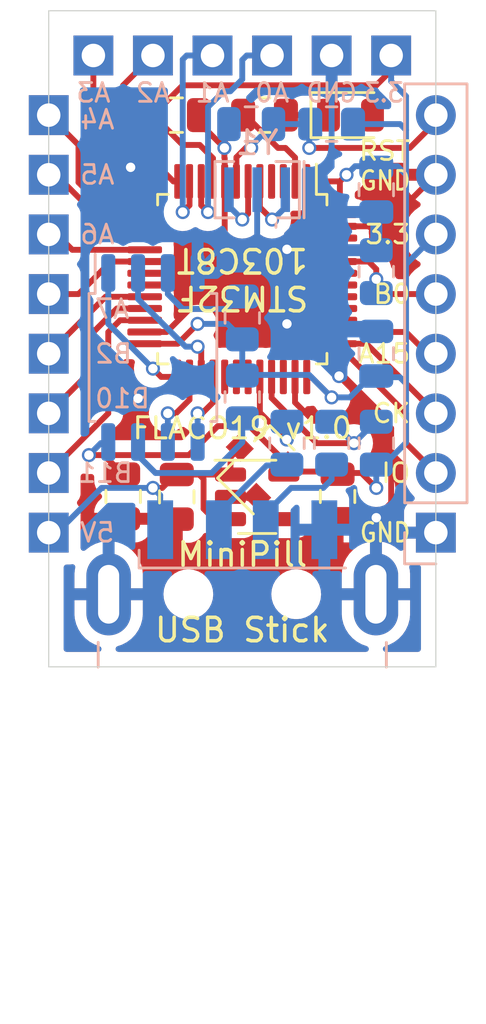
<source format=kicad_pcb>
(kicad_pcb (version 20211014) (generator pcbnew)
  (title_block (title "MiniPill usb stick with SPI flash") (date "2019-04-30") (rev "0.1") (company "FLACO 2019, licence of this PCB is CC-BY-NC-SA") (comment 1 "STM32F103 \"Bluepill\" in a USB stick form factor") (comment 2 "SPI flash in order to emulate a USB mass storage"))
  (layers (0 "F.Cu" signal) (31 "B.Cu" signal) (34 "B.Paste" user) (35 "F.Paste" user) (36 "B.SilkS" user "B.Silkscreen") (37 "F.SilkS" user "F.Silkscreen") (38 "B.Mask" user) (39 "F.Mask" user) (44 "Edge.Cuts" user))
  (net 0 "")
  (net 1 "GND")
  (net 2 "+5V")
  (net 3 "+3.3V")
  (net 4 "Net-(D1-Pad1)")
  (net 5 "/USB_D-")
  (net 6 "/USB_D+")
  (net 7 "Net-(R5-Pad2)")
  (net 8 "/RESET")
  (net 9 "/SWCLK")
  (net 10 "/SWDIO")
  (net 11 "/BOOT0")
  (net 12 "/LED")
  (net 13 "Net-(U2-Pad28)")
  (net 14 "Net-(U2-Pad27)")
  (net 15 "Net-(U2-Pad26)")
  (net 16 "Net-(U2-Pad25)")
  (net 17 "Net-(U2-Pad6)")
  (net 18 "Net-(U2-Pad5)")
  (net 19 "Net-(R6-Pad2)")
  (net 20 "Net-(TP_B2-Pad1)")
  (net 21 "Net-(TP_B5-Pad1)")
  (net 22 "Net-(TP_B6-Pad1)")
  (net 23 "Net-(TP_B7-Pad1)")
  (net 24 "Net-(TP_B8-Pad1)")
  (net 25 "Net-(TP_B9-Pad1)")
  (net 26 "Net-(TP_B10-Pad1)")
  (net 27 "Net-(TP_B11-Pad1)")
  (net 28 "Net-(TP_B12-Pad1)")
  (net 29 "Net-(TP_B13-Pad1)")
  (net 30 "Net-(TP_B14-Pad1)")
  (net 34 "/PA15")
  (net 39 "Net-(R8-Pad2)")
  (net 40 "Net-(R9-Pad2)")
  (footprint "Capacitor_SMD:C_0805_2012Metric" (layer "F.Cu") (at 171.815 116.84)
    (fp_text reference "C6" hide)
    (fp_text value "100n")
    (pad "1" smd roundrect (at -0.95 0) (size 1 1.45) (layers "F.Cu" "F.Paste" "F.Mask") (net 3 "+3.3V"))
    (pad "2" smd roundrect (at 0.95 0) (size 1 1.45) (layers "F.Cu" "F.Paste" "F.Mask") (net 1 "GND"))
  )
  (footprint "Capacitor_SMD:C_0805_2012Metric" (layer "F.Cu") (at 178.689 133.08 -90)
    (fp_text reference "C5" hide)
    (fp_text value "1u")
    (pad "1" smd roundrect (at -0.95 0 270) (size 1 1.45) (layers "F.Cu" "F.Paste" "F.Mask") (net 3 "+3.3V"))
    (pad "2" smd roundrect (at 0.95 0 270) (size 1 1.45) (layers "F.Cu" "F.Paste" "F.Mask") (net 1 "GND"))
  )
  (footprint "Package_TO_SOT_SMD:SOT-23-5" (layer "F.Cu") (at 175.26 133.096)
    (fp_text reference "U1" hide)
    (fp_text value "SPX3819M5-L-3-3")
    (pad "1" smd roundrect (at -1.1375 -0.95) (size 1.325 0.6) (layers "F.Cu" "F.Paste" "F.Mask") (net 2 "+5V"))
    (pad "2" smd roundrect (at -1.1375 0) (size 1.325 0.6) (layers "F.Cu" "F.Paste" "F.Mask") (net 1 "GND"))
    (pad "3" smd roundrect (at -1.1375 0.95) (size 1.325 0.6) (layers "F.Cu" "F.Paste" "F.Mask") (net 2 "+5V"))
    (pad "4" smd roundrect (at 1.1375 0.95) (size 1.325 0.6) (layers "F.Cu" "F.Paste" "F.Mask"))
    (pad "5" smd roundrect (at 1.1375 -0.95) (size 1.325 0.6) (layers "F.Cu" "F.Paste" "F.Mask") (net 3 "+3.3V"))
  )
  (footprint "Capacitor_SMD:C_0805_2012Metric" (layer "F.Cu") (at 171.831 133.096 -90)
    (fp_text reference "C4" hide)
    (fp_text value "1u")
    (pad "1" smd roundrect (at -0.95 0 270) (size 1 1.45) (layers "F.Cu" "F.Paste" "F.Mask") (net 2 "+5V"))
    (pad "2" smd roundrect (at 0.95 0 270) (size 1 1.45) (layers "F.Cu" "F.Paste" "F.Mask") (net 1 "GND"))
  )
  (footprint "Package_QFP:LQFP-48_7x7mm_P0.5mm" (layer "F.Cu") (at 174.625 123.825 -90)
    (fp_text reference "U2" hide)
    (fp_text value "STM32F103C8Tx")
    (pad "1" smd roundrect (at -4.1625 -2.75 270) (size 1.475 0.3) (layers "F.Cu" "F.Paste" "F.Mask") (net 3 "+3.3V"))
    (pad "2" smd roundrect (at -4.1625 -2.25 270) (size 1.475 0.3) (layers "F.Cu" "F.Paste" "F.Mask") (net 12 "/LED"))
    (pad "3" smd roundrect (at -4.1625 -1.75 270) (size 1.475 0.3) (layers "F.Cu" "F.Paste" "F.Mask"))
    (pad "4" smd roundrect (at -4.1625 -1.25 270) (size 1.475 0.3) (layers "F.Cu" "F.Paste" "F.Mask"))
    (pad "5" smd roundrect (at -4.1625 -0.75 270) (size 1.475 0.3) (layers "F.Cu" "F.Paste" "F.Mask") (net 18 "Net-(U2-Pad5)"))
    (pad "6" smd roundrect (at -4.1625 -0.25 270) (size 1.475 0.3) (layers "F.Cu" "F.Paste" "F.Mask") (net 17 "Net-(U2-Pad6)"))
    (pad "7" smd roundrect (at -4.1625 0.25 270) (size 1.475 0.3) (layers "F.Cu" "F.Paste" "F.Mask") (net 8 "/RESET"))
    (pad "8" smd roundrect (at -4.1625 0.75 270) (size 1.475 0.3) (layers "F.Cu" "F.Paste" "F.Mask") (net 1 "GND"))
    (pad "9" smd roundrect (at -4.1625 1.25 270) (size 1.475 0.3) (layers "F.Cu" "F.Paste" "F.Mask") (net 3 "+3.3V"))
    (pad "10" smd roundrect (at -4.1625 1.75 270) (size 1.475 0.3) (layers "F.Cu" "F.Paste" "F.Mask") (net 21 "Net-(TP_B5-Pad1)"))
    (pad "11" smd roundrect (at -4.1625 2.25 270) (size 1.475 0.3) (layers "F.Cu" "F.Paste" "F.Mask") (net 22 "Net-(TP_B6-Pad1)"))
    (pad "12" smd roundrect (at -4.1625 2.75 270) (size 1.475 0.3) (layers "F.Cu" "F.Paste" "F.Mask") (net 23 "Net-(TP_B7-Pad1)"))
    (pad "13" smd roundrect (at -2.75 4.1625 270) (size 0.3 1.475) (layers "F.Cu" "F.Paste" "F.Mask") (net 24 "Net-(TP_B8-Pad1)"))
    (pad "14" smd roundrect (at -2.25 4.1625 270) (size 0.3 1.475) (layers "F.Cu" "F.Paste" "F.Mask") (net 25 "Net-(TP_B9-Pad1)"))
    (pad "15" smd roundrect (at -1.75 4.1625 270) (size 0.3 1.475) (layers "F.Cu" "F.Paste" "F.Mask") (net 28 "Net-(TP_B12-Pad1)"))
    (pad "16" smd roundrect (at -1.25 4.1625 270) (size 0.3 1.475) (layers "F.Cu" "F.Paste" "F.Mask") (net 29 "Net-(TP_B13-Pad1)"))
    (pad "17" smd roundrect (at -0.75 4.1625 270) (size 0.3 1.475) (layers "F.Cu" "F.Paste" "F.Mask") (net 30 "Net-(TP_B14-Pad1)"))
    (pad "18" smd roundrect (at -0.25 4.1625 270) (size 0.3 1.475) (layers "F.Cu" "F.Paste" "F.Mask"))
    (pad "19" smd roundrect (at 0.25 4.1625 270) (size 0.3 1.475) (layers "F.Cu" "F.Paste" "F.Mask"))
    (pad "20" smd roundrect (at 0.75 4.1625 270) (size 0.3 1.475) (layers "F.Cu" "F.Paste" "F.Mask") (net 20 "Net-(TP_B2-Pad1)"))
    (pad "21" smd roundrect (at 1.25 4.1625 270) (size 0.3 1.475) (layers "F.Cu" "F.Paste" "F.Mask") (net 26 "Net-(TP_B10-Pad1)"))
    (pad "22" smd roundrect (at 1.75 4.1625 270) (size 0.3 1.475) (layers "F.Cu" "F.Paste" "F.Mask") (net 27 "Net-(TP_B11-Pad1)"))
    (pad "23" smd roundrect (at 2.25 4.1625 270) (size 0.3 1.475) (layers "F.Cu" "F.Paste" "F.Mask") (net 1 "GND"))
    (pad "24" smd roundrect (at 2.75 4.1625 270) (size 0.3 1.475) (layers "F.Cu" "F.Paste" "F.Mask") (net 3 "+3.3V"))
    (pad "25" smd roundrect (at 4.1625 2.75 270) (size 1.475 0.3) (layers "F.Cu" "F.Paste" "F.Mask") (net 16 "Net-(U2-Pad25)"))
    (pad "26" smd roundrect (at 4.1625 2.25 270) (size 1.475 0.3) (layers "F.Cu" "F.Paste" "F.Mask") (net 15 "Net-(U2-Pad26)"))
    (pad "27" smd roundrect (at 4.1625 1.75 270) (size 1.475 0.3) (layers "F.Cu" "F.Paste" "F.Mask") (net 14 "Net-(U2-Pad27)"))
    (pad "28" smd roundrect (at 4.1625 1.25 270) (size 1.475 0.3) (layers "F.Cu" "F.Paste" "F.Mask") (net 13 "Net-(U2-Pad28)"))
    (pad "29" smd roundrect (at 4.1625 0.75 270) (size 1.475 0.3) (layers "F.Cu" "F.Paste" "F.Mask"))
    (pad "30" smd roundrect (at 4.1625 0.25 270) (size 1.475 0.3) (layers "F.Cu" "F.Paste" "F.Mask"))
    (pad "31" smd roundrect (at 4.1625 -0.25 270) (size 1.475 0.3) (layers "F.Cu" "F.Paste" "F.Mask"))
    (pad "32" smd roundrect (at 4.1625 -0.75 270) (size 1.475 0.3) (layers "F.Cu" "F.Paste" "F.Mask") (net 19 "Net-(R6-Pad2)"))
    (pad "33" smd roundrect (at 4.1625 -1.25 270) (size 1.475 0.3) (layers "F.Cu" "F.Paste" "F.Mask") (net 7 "Net-(R5-Pad2)"))
    (pad "34" smd roundrect (at 4.1625 -1.75 270) (size 1.475 0.3) (layers "F.Cu" "F.Paste" "F.Mask") (net 10 "/SWDIO"))
    (pad "35" smd roundrect (at 4.1625 -2.25 270) (size 1.475 0.3) (layers "F.Cu" "F.Paste" "F.Mask") (net 1 "GND"))
    (pad "36" smd roundrect (at 4.1625 -2.75 270) (size 1.475 0.3) (layers "F.Cu" "F.Paste" "F.Mask") (net 3 "+3.3V"))
    (pad "37" smd roundrect (at 2.75 -4.1625 270) (size 0.3 1.475) (layers "F.Cu" "F.Paste" "F.Mask") (net 9 "/SWCLK"))
    (pad "38" smd roundrect (at 2.25 -4.1625 270) (size 0.3 1.475) (layers "F.Cu" "F.Paste" "F.Mask") (net 34 "/PA15"))
    (pad "39" smd roundrect (at 1.75 -4.1625 270) (size 0.3 1.475) (layers "F.Cu" "F.Paste" "F.Mask"))
    (pad "40" smd roundrect (at 1.25 -4.1625 270) (size 0.3 1.475) (layers "F.Cu" "F.Paste" "F.Mask"))
    (pad "41" smd roundrect (at 0.75 -4.1625 270) (size 0.3 1.475) (layers "F.Cu" "F.Paste" "F.Mask"))
    (pad "42" smd roundrect (at 0.25 -4.1625 270) (size 0.3 1.475) (layers "F.Cu" "F.Paste" "F.Mask"))
    (pad "43" smd roundrect (at -0.25 -4.1625 270) (size 0.3 1.475) (layers "F.Cu" "F.Paste" "F.Mask"))
    (pad "44" smd roundrect (at -0.75 -4.1625 270) (size 0.3 1.475) (layers "F.Cu" "F.Paste" "F.Mask") (net 11 "/BOOT0"))
    (pad "45" smd roundrect (at -1.25 -4.1625 270) (size 0.3 1.475) (layers "F.Cu" "F.Paste" "F.Mask"))
    (pad "46" smd roundrect (at -1.75 -4.1625 270) (size 0.3 1.475) (layers "F.Cu" "F.Paste" "F.Mask"))
    (pad "47" smd roundrect (at -2.25 -4.1625 270) (size 0.3 1.475) (layers "F.Cu" "F.Paste" "F.Mask") (net 1 "GND"))
    (pad "48" smd roundrect (at -2.75 -4.1625 270) (size 0.3 1.475) (layers "F.Cu" "F.Paste" "F.Mask") (net 3 "+3.3V"))
  )
  (footprint "Resistor_SMD:R_0805_2012Metric" (layer "F.Cu") (at 175.575 116.84 180)
    (fp_text reference "R2" hide)
    (fp_text value "510")
    (pad "1" smd roundrect (at -0.9125 0 180) (size 1.025 1.4) (layers "F.Cu" "F.Paste" "F.Mask") (roundrect_rratio 0.243902) (net 4 "Net-(D1-Pad1)"))
    (pad "2" smd roundrect (at 0.9125 0 180) (size 1.025 1.4) (layers "F.Cu" "F.Paste" "F.Mask") (roundrect_rratio 0.243902) (net 12 "/LED"))
  )
  (footprint "Sassa:Pin_THT_Square_Pitch2.54mm" (layer "F.Cu") (at 166.37 127)
    (fp_text reference "TP_B2" hide)
    (fp_text value "PB2")
    (pad "1" thru_hole rect locked (at 0 0) (size 1.7 1.7) (drill 1) (layers *.Cu *.Mask) (net 20 "Net-(TP_B2-Pad1)"))
  )
  (footprint "LED_SMD:LED_0805_2012Metric" (layer "F.Cu") (at 179.24 116.84)
    (fp_text reference "D1" hide)
    (fp_text value "Blue")
    (pad "1" smd roundrect (at -0.9375 0) (size 0.975 1.4) (layers "F.Cu" "F.Paste" "F.Mask") (net 4 "Net-(D1-Pad1)"))
    (pad "2" smd roundrect (at 0.9375 0) (size 0.975 1.4) (layers "F.Cu" "F.Paste" "F.Mask") (net 3 "+3.3V"))
  )
  (footprint "Capacitor_SMD:C_0805_2012Metric" (layer "F.Cu") (at 169.545 133.08 -90)
    (fp_text reference "C1" hide)
    (fp_text value "100n")
    (pad "1" smd roundrect (at -0.95 0 270) (size 1 1.45) (layers "F.Cu" "F.Paste" "F.Mask") (net 3 "+3.3V"))
    (pad "2" smd roundrect (at 0.95 0 270) (size 1 1.45) (layers "F.Cu" "F.Paste" "F.Mask") (net 1 "GND"))
  )
  (footprint "Sassa:Pin_THT_Square_Pitch2.54mm" (layer "F.Cu") (at 166.37 134.62)
    (fp_text reference "TP_B1" hide)
    (fp_text value "5V")
    (pad "1" thru_hole rect locked (at 0 0) (size 1.7 1.7) (drill 1) (layers *.Cu *.Mask) (net 2 "+5V"))
  )
  (footprint "Sassa:Pin_THT_Square_Pitch2.54mm" (layer "F.Cu") (at 180.975 114.3)
    (fp_text reference "TP_B3" hide)
    (fp_text value "3.3V")
    (pad "1" thru_hole rect locked (at 0 0) (size 1.7 1.7) (drill 1) (layers *.Cu *.Mask) (net 3 "+3.3V"))
  )
  (footprint "Sassa:Pin_THT_Square_Pitch2.54mm" (layer "F.Cu") (at 178.435 114.3)
    (fp_text reference "TP_B4" hide)
    (fp_text value "GND")
    (pad "1" thru_hole rect locked (at 0 0) (size 1.7 1.7) (drill 1) (layers *.Cu *.Mask) (net 1 "GND"))
  )
  (footprint "Sassa:Pin_THT_Square_Pitch2.54mm" (layer "F.Cu") (at 175.895 114.3)
    (fp_text reference "TP_B5" hide)
    (fp_text value "PA0")
    (pad "1" thru_hole rect locked (at 0 0) (size 1.7 1.7) (drill 1) (layers *.Cu *.Mask) (net 21 "Net-(TP_B5-Pad1)"))
  )
  (footprint "Sassa:Pin_THT_Square_Pitch2.54mm" (layer "F.Cu") (at 173.355 114.3)
    (fp_text reference "TP_B6" hide)
    (fp_text value "PA1")
    (pad "1" thru_hole rect locked (at 0 0) (size 1.7 1.7) (drill 1) (layers *.Cu *.Mask) (net 22 "Net-(TP_B6-Pad1)"))
  )
  (footprint "Sassa:Pin_THT_Square_Pitch2.54mm" (layer "F.Cu") (at 170.815 114.3)
    (fp_text reference "TP_B7" hide)
    (fp_text value "PA2")
    (pad "1" thru_hole rect locked (at 0 0) (size 1.7 1.7) (drill 1) (layers *.Cu *.Mask) (net 23 "Net-(TP_B7-Pad1)"))
  )
  (footprint "Sassa:Pin_THT_Square_Pitch2.54mm" (layer "F.Cu") (at 168.275 114.3)
    (fp_text reference "TP_B8" hide)
    (fp_text value "PA3")
    (pad "1" thru_hole rect locked (at 0 0) (size 1.7 1.7) (drill 1) (layers *.Cu *.Mask) (net 24 "Net-(TP_B8-Pad1)"))
  )
  (footprint "Sassa:Pin_THT_Square_Pitch2.54mm" (layer "F.Cu") (at 166.37 116.84)
    (fp_text reference "TP_B9" hide)
    (fp_text value "PA4")
    (pad "1" thru_hole rect locked (at 0 0) (size 1.7 1.7) (drill 1) (layers *.Cu *.Mask) (net 25 "Net-(TP_B9-Pad1)"))
  )
  (footprint "Sassa:Pin_THT_Square_Pitch2.54mm" (layer "F.Cu") (at 166.37 119.38)
    (fp_text reference "TP_B12" hide)
    (fp_text value "PA5")
    (pad "1" thru_hole rect locked (at 0 0) (size 1.7 1.7) (drill 1) (layers *.Cu *.Mask) (net 28 "Net-(TP_B12-Pad1)"))
  )
  (footprint "Sassa:Pin_THT_Square_Pitch2.54mm" (layer "F.Cu") (at 166.37 121.92)
    (fp_text reference "TP_B13" hide)
    (fp_text value "PA6")
    (pad "1" thru_hole rect locked (at 0 0) (size 1.7 1.7) (drill 1) (layers *.Cu *.Mask) (net 29 "Net-(TP_B13-Pad1)"))
  )
  (footprint "Sassa:Pin_THT_Square_Pitch2.54mm" (layer "F.Cu") (at 166.37 124.46)
    (fp_text reference "TP_B14" hide)
    (fp_text value "PA7")
    (pad "1" thru_hole rect locked (at 0 0) (size 1.7 1.7) (drill 1) (layers *.Cu *.Mask) (net 30 "Net-(TP_B14-Pad1)"))
  )
  (footprint "Sassa:Pin_THT_Square_Pitch2.54mm" (layer "F.Cu") (at 166.37 129.54)
    (fp_text reference "TP_B10" hide)
    (fp_text value "PB10")
    (pad "1" thru_hole rect locked (at 0 0) (size 1.7 1.7) (drill 1) (layers *.Cu *.Mask) (net 26 "Net-(TP_B10-Pad1)"))
  )
  (footprint "Sassa:Pin_THT_Square_Pitch2.54mm" (layer "F.Cu") (at 166.37 132.08)
    (fp_text reference "TP_B11" hide)
    (fp_text value "PB11")
    (pad "1" thru_hole rect locked (at 0 0) (size 1.7 1.7) (drill 1) (layers *.Cu *.Mask) (net 27 "Net-(TP_B11-Pad1)"))
  )
  (footprint "Sassa:SOT-23" (layer "F.Cu") (at 175.224645 131.717142 135)
    (fp_text reference "U4" hide)
    (fp_text value "XC6206PxxxMR")
    (pad "1" smd rect (at -1 -0.95 135) (size 0.9 0.8) (layers "F.Cu" "F.Paste" "F.Mask") (net 1 "GND"))
    (pad "2" smd rect (at -1 0.95 135) (size 0.9 0.8) (layers "F.Cu" "F.Paste" "F.Mask") (net 3 "+3.3V"))
    (pad "3" smd rect (at 1 0 135) (size 0.9 0.8) (layers "F.Cu" "F.Paste" "F.Mask") (net 2 "+5V"))
  )
  (footprint "Resistor_SMD:R_0805_2012Metric" (layer "B.Cu") (at 180.34 123.505 90)
    (fp_text reference "R3" hide)
    (fp_text value "100k")
    (pad "1" smd roundrect (at -0.9125 0 90) (size 1.025 1.4) (layers "B.Cu" "B.Paste" "B.Mask") (roundrect_rratio 0.243902) (net 11 "/BOOT0"))
    (pad "2" smd roundrect (at 0.9125 0 90) (size 1.025 1.4) (layers "B.Cu" "B.Paste" "B.Mask") (roundrect_rratio 0.243902) (net 1 "GND"))
  )
  (footprint "Connector_USB:USB_A_CNCTech_1001-011-01101_Horizontal" (layer "B.Cu") (at 174.625 144.145 -90)
    (fp_text reference "J1" hide)
    (fp_text value "USB_A")
    (pad "" np_thru_hole circle (at -6.9 2.3 270) (size 1.1 1.1) (drill 1.1) (layers *.Cu *.Mask))
    (pad "" np_thru_hole circle (at -6.9 -2.3 270) (size 1.1 1.1) (drill 1.1) (layers *.Cu *.Mask))
    (pad "1" smd rect (at -9.65 3.5 270) (size 2.5 1.1) (layers "B.Cu" "B.Paste" "B.Mask") (net 2 "+5V"))
    (pad "2" smd rect (at -9.65 1 270) (size 2.5 1.1) (layers "B.Cu" "B.Paste" "B.Mask") (net 5 "/USB_D-"))
    (pad "3" smd rect (at -9.65 -1 270) (size 2.5 1.1) (layers "B.Cu" "B.Paste" "B.Mask") (net 6 "/USB_D+"))
    (pad "4" smd rect (at -9.65 -3.5 270) (size 2.5 1.1) (layers "B.Cu" "B.Paste" "B.Mask") (net 1 "GND"))
    (pad "5" thru_hole oval (at -6.9 5.7 270) (size 3.5 1.9) (drill oval 2.5 0.9) (layers *.Cu *.Mask) (net 1 "GND"))
    (pad "5" thru_hole oval (at -6.9 -5.7 270) (size 3.5 1.9) (drill oval 2.5 0.9) (layers *.Cu *.Mask) (net 1 "GND"))
  )
  (footprint "Crystal:Resonator_SMD_Murata_CSTxExxV-3Pin_3.0x1.1mm" (layer "B.Cu") (at 175.26 120.015 180)
    (fp_text reference "Y1" (at 0 2) (layer "B.SilkS") (effects (justify mirror)))
    (fp_text value "8MHz")
    (pad "1" smd rect (at -1.2 0 180) (size 0.4 1.9) (layers "B.Cu" "B.Paste" "B.Mask") (net 18 "Net-(U2-Pad5)"))
    (pad "2" smd rect (at 0 0 180) (size 0.4 1.9) (layers "B.Cu" "B.Paste" "B.Mask") (net 1 "GND"))
    (pad "3" smd rect (at 1.2 0 180) (size 0.4 1.9) (layers "B.Cu" "B.Paste" "B.Mask") (net 17 "Net-(U2-Pad6)"))
  )
  (footprint "Package_SO:SOIC-8_5.23x5.23mm_P1.27mm" (layer "B.Cu") (at 170.815 127.16 -90)
    (fp_text reference "U3" hide)
    (fp_text value "W25Q32JVSS")
    (pad "1" smd roundrect (at -3.6 1.905 270) (size 1.6 0.6) (layers "B.Cu" "B.Paste" "B.Mask") (net 16 "Net-(U2-Pad25)"))
    (pad "2" smd roundrect (at -3.6 0.635 270) (size 1.6 0.6) (layers "B.Cu" "B.Paste" "B.Mask") (net 14 "Net-(U2-Pad27)"))
    (pad "3" smd roundrect (at -3.6 -0.635 270) (size 1.6 0.6) (layers "B.Cu" "B.Paste" "B.Mask") (net 39 "Net-(R8-Pad2)"))
    (pad "4" smd roundrect (at -3.6 -1.905 270) (size 1.6 0.6) (layers "B.Cu" "B.Paste" "B.Mask") (net 1 "GND"))
    (pad "5" smd roundrect (at 3.6 -1.905 270) (size 1.6 0.6) (layers "B.Cu" "B.Paste" "B.Mask") (net 13 "Net-(U2-Pad28)"))
    (pad "6" smd roundrect (at 3.6 -0.635 270) (size 1.6 0.6) (layers "B.Cu" "B.Paste" "B.Mask") (net 15 "Net-(U2-Pad26)"))
    (pad "7" smd roundrect (at 3.6 0.635 270) (size 1.6 0.6) (layers "B.Cu" "B.Paste" "B.Mask") (net 40 "Net-(R9-Pad2)"))
    (pad "8" smd roundrect (at 3.6 1.905 270) (size 1.6 0.6) (layers "B.Cu" "B.Paste" "B.Mask") (net 3 "+3.3V"))
  )
  (footprint "Capacitor_SMD:C_0805_2012Metric" (layer "B.Cu") (at 180.34 120.015 -90)
    (fp_text reference "C7" hide)
    (fp_text value "100n")
    (pad "1" smd roundrect (at -0.95 0 270) (size 1 1.45) (layers "B.Cu" "B.Paste" "B.Mask") (net 3 "+3.3V"))
    (pad "2" smd roundrect (at 0.95 0 270) (size 1 1.45) (layers "B.Cu" "B.Paste" "B.Mask") (net 1 "GND"))
  )
  (footprint "Resistor_SMD:R_0805_2012Metric" (layer "B.Cu") (at 176.53 130.81 90)
    (fp_text reference "R6" hide)
    (fp_text value "22")
    (pad "1" smd roundrect (at -0.9125 0 90) (size 1.025 1.4) (layers "B.Cu" "B.Paste" "B.Mask") (roundrect_rratio 0.243902) (net 5 "/USB_D-"))
    (pad "2" smd roundrect (at 0.9125 0 90) (size 1.025 1.4) (layers "B.Cu" "B.Paste" "B.Mask") (roundrect_rratio 0.243902) (net 19 "Net-(R6-Pad2)"))
  )
  (footprint "Resistor_SMD:R_0805_2012Metric" (layer "B.Cu") (at 180.34 130.81 90)
    (fp_text reference "R5" hide)
    (fp_text value "10k")
    (pad "1" smd roundrect (at -0.9125 0 90) (size 1.025 1.4) (layers "B.Cu" "B.Paste" "B.Mask") (roundrect_rratio 0.243902) (net 3 "+3.3V"))
    (pad "2" smd roundrect (at 0.9125 0 90) (size 1.025 1.4) (layers "B.Cu" "B.Paste" "B.Mask") (roundrect_rratio 0.243902) (net 7 "Net-(R5-Pad2)"))
  )
  (footprint "Resistor_SMD:R_0805_2012Metric" (layer "B.Cu") (at 178.435 130.81 90)
    (fp_text reference "R7" hide)
    (fp_text value "22")
    (pad "1" smd roundrect (at -0.9125 0 90) (size 1.025 1.4) (layers "B.Cu" "B.Paste" "B.Mask") (roundrect_rratio 0.243902) (net 6 "/USB_D+"))
    (pad "2" smd roundrect (at 0.9125 0 90) (size 1.025 1.4) (layers "B.Cu" "B.Paste" "B.Mask") (roundrect_rratio 0.243902) (net 7 "Net-(R5-Pad2)"))
  )
  (footprint "Capacitor_SMD:C_0805_2012Metric" (layer "B.Cu") (at 180.34 127 90)
    (fp_text reference "C8" hide)
    (fp_text value "100n")
    (pad "1" smd roundrect (at -0.95 0 90) (size 1 1.45) (layers "B.Cu" "B.Paste" "B.Mask") (net 3 "+3.3V"))
    (pad "2" smd roundrect (at 0.95 0 90) (size 1 1.45) (layers "B.Cu" "B.Paste" "B.Mask") (net 1 "GND"))
  )
  (footprint "Resistor_SMD:R_0805_2012Metric" (layer "B.Cu") (at 178.435 117.221 180)
    (fp_text reference "R1" hide)
    (fp_text value "10k")
    (pad "1" smd roundrect (at -0.9125 0 180) (size 1.025 1.4) (layers "B.Cu" "B.Paste" "B.Mask") (roundrect_rratio 0.243902) (net 3 "+3.3V"))
    (pad "2" smd roundrect (at 0.9125 0 180) (size 1.025 1.4) (layers "B.Cu" "B.Paste" "B.Mask") (roundrect_rratio 0.243902) (net 8 "/RESET"))
  )
  (footprint "Connector_PinHeader_2.54mm:PinHeader_1x08_P2.54mm_Vertical" (layer "B.Cu") (at 182.88 134.62)
    (fp_text reference "J2" hide)
    (fp_text value "PROG")
    (pad "1" thru_hole rect (at 0 0) (size 1.7 1.7) (drill 1) (layers *.Cu *.Mask) (net 1 "GND"))
    (pad "2" thru_hole oval (at 0 -2.54) (size 1.7 1.7) (drill 1) (layers *.Cu *.Mask) (net 10 "/SWDIO"))
    (pad "3" thru_hole oval (at 0 -5.08) (size 1.7 1.7) (drill 1) (layers *.Cu *.Mask) (net 9 "/SWCLK"))
    (pad "4" thru_hole oval (at 0 -7.62) (size 1.7 1.7) (drill 1) (layers *.Cu *.Mask) (net 34 "/PA15"))
    (pad "5" thru_hole oval (at 0 -10.16) (size 1.7 1.7) (drill 1) (layers *.Cu *.Mask) (net 11 "/BOOT0"))
    (pad "6" thru_hole oval (at 0 -12.7) (size 1.7 1.7) (drill 1) (layers *.Cu *.Mask) (net 3 "+3.3V"))
    (pad "7" thru_hole oval (at 0 -15.24) (size 1.7 1.7) (drill 1) (layers *.Cu *.Mask) (net 1 "GND"))
    (pad "8" thru_hole oval (at 0 -17.78) (size 1.7 1.7) (drill 1) (layers *.Cu *.Mask) (net 8 "/RESET"))
  )
  (footprint "Capacitor_SMD:C_0805_2012Metric" (layer "B.Cu") (at 175.006 117.221 180)
    (fp_text reference "C2" hide)
    (fp_text value "100n")
    (pad "1" smd roundrect (at -0.95 0 180) (size 1 1.45) (layers "B.Cu" "B.Paste" "B.Mask") (net 8 "/RESET"))
    (pad "2" smd roundrect (at 0.95 0 180) (size 1 1.45) (layers "B.Cu" "B.Paste" "B.Mask") (net 1 "GND"))
  )
  (footprint "Resistor_SMD:R_0805_2012Metric" (layer "B.Cu") (at 174.625 128.8415 -90)
    (fp_text reference "R9" hide)
    (fp_text value "100k")
    (pad "1" smd roundrect (at -0.9125 0 270) (size 1.025 1.4) (layers "B.Cu" "B.Paste" "B.Mask") (roundrect_rratio 0.243902) (net 3 "+3.3V"))
    (pad "2" smd roundrect (at 0.9125 0 270) (size 1.025 1.4) (layers "B.Cu" "B.Paste" "B.Mask") (roundrect_rratio 0.243902) (net 40 "Net-(R9-Pad2)"))
  )
  (footprint "Resistor_SMD:R_0805_2012Metric" (layer "B.Cu") (at 174.625 125.476 90)
    (fp_text reference "R8" hide)
    (fp_text value "100k")
    (pad "1" smd roundrect (at -0.9125 0 90) (size 1.025 1.4) (layers "B.Cu" "B.Paste" "B.Mask") (roundrect_rratio 0.243902) (net 3 "+3.3V"))
    (pad "2" smd roundrect (at 0.9125 0 90) (size 1.025 1.4) (layers "B.Cu" "B.Paste" "B.Mask") (roundrect_rratio 0.243902) (net 39 "Net-(R8-Pad2)"))
  )
  (gr_line (start 166.37 140.335) (end 182.88 140.335) (layer "Edge.Cuts") (width 0.05))
  (gr_line (start 182.88 112.395) (end 166.37 112.395) (layer "Edge.Cuts") (width 0.05))
  (gr_line (start 182.88 112.395) (end 182.88 140.335) (layer "Edge.Cuts") (width 0.05))
  (gr_line (start 166.37 112.395) (end 166.37 140.335) (layer "Edge.Cuts") (width 0.05))
  (gr_text "A5" (at 167.64 119.38) (layer "B.SilkS") (effects (font (size 0.8 0.8) (thickness 0.12)) (justify right mirror)))
  (gr_text "A6" (at 167.64 121.92) (layer "B.SilkS") (effects (font (size 0.8 0.8) (thickness 0.12)) (justify right mirror)))
  (gr_text "A7" (at 168.275 125.095) (layer "B.SilkS") (effects (font (size 0.8 0.8) (thickness 0.12)) (justify right mirror)))
  (gr_text "B2" (at 168.275 127) (layer "B.SilkS") (effects (font (size 0.8 0.8) (thickness 0.12)) (justify right mirror)))
  (gr_text "B10" (at 168.275 128.905) (layer "B.SilkS") (effects (font (size 0.8 0.8) (thickness 0.12)) (justify right mirror)))
  (gr_text "B11" (at 167.54381 132.08) (layer "B.SilkS") (effects (font (size 0.8 0.8) (thickness 0.12)) (justify right mirror)))
  (gr_text "5V" (at 167.64 134.62) (layer "B.SilkS") (effects (font (size 0.8 0.8) (thickness 0.12)) (justify right mirror)))
  (gr_text "A3" (at 168.275 115.8875) (layer "B.SilkS") (effects (font (size 0.8 0.8) (thickness 0.12)) (justify mirror)))
  (gr_text "A2" (at 170.815 115.8875) (layer "B.SilkS") (effects (font (size 0.8 0.8) (thickness 0.12)) (justify mirror)))
  (gr_text "A1" (at 173.355 115.8875) (layer "B.SilkS") (effects (font (size 0.8 0.8) (thickness 0.12)) (justify mirror)))
  (gr_text "A0" (at 175.895 115.8875) (layer "B.SilkS") (effects (font (size 0.8 0.8) (thickness 0.12)) (justify mirror)))
  (gr_text "GND" (at 178.435 115.8875) (layer "B.SilkS") (effects (font (size 0.8 0.7) (thickness 0.12)) (justify mirror)))
  (gr_text "3.3" (at 180.6575 115.8875) (layer "B.SilkS") (effects (font (size 0.8 0.7) (thickness 0.12)) (justify mirror)))
  (gr_text "A4" (at 167.64 117.0305) (layer "B.SilkS") (effects (font (size 0.8 0.8) (thickness 0.12)) (justify right mirror)))
  (gr_text "GND" (at 181.864 119.634) (layer "F.SilkS") (effects (font (size 0.8 0.7) (thickness 0.12)) (justify right)))
  (gr_text "RST" (at 181.864 118.364) (layer "F.SilkS") (effects (font (size 0.8 0.8) (thickness 0.12)) (justify right)))
  (gr_text "3.3" (at 181.864 121.92) (layer "F.SilkS") (effects (font (size 0.8 0.8) (thickness 0.12)) (justify right)))
  (gr_text "B0" (at 181.864 124.46) (layer "F.SilkS") (effects (font (size 0.8 0.8) (thickness 0.12)) (justify right)))
  (gr_text "A15" (at 181.864 127) (layer "F.SilkS") (effects (font (size 0.8 0.8) (thickness 0.12)) (justify right)))
  (gr_text "CK" (at 181.864 129.54) (layer "F.SilkS") (effects (font (size 0.8 0.8) (thickness 0.12)) (justify right)))
  (gr_text "IO" (at 181.864 132.08) (layer "F.SilkS") (effects (font (size 0.8 0.8) (thickness 0.12)) (justify right)))
  (gr_text "GND" (at 181.864 134.62) (layer "F.SilkS") (effects (font (size 0.8 0.7) (thickness 0.12)) (justify right)))
  (gr_text "STM32F\n103C8T" (at 174.625 123.825 180) (layer "F.SilkS") (effects (font (size 1 1))))
  (gr_text "FLACO19 v1.0" (at 174.625 130.175) (layer "F.SilkS") (effects (font (size 0.9 0.9) (thickness 0.13))))
  (gr_text "MiniPill\n\nUSB Stick" (at 174.625 137.16) (layer "F.SilkS") (effects (font (size 1 1))))
  (segment (start 180.975 130.194998) (end 180.975 133.350012) (width 0.25) (layer "F.Cu") (net 1))
  (segment (start 177.6575 129.8575) (end 180.637502 129.8575) (width 0.25) (layer "F.Cu") (net 1))
  (segment (start 176.875 121.575) (end 180.685 121.575) (width 0.25) (layer "F.Cu") (net 1))
  (segment (start 175.89499 125.095) (end 176.52999 125.73) (width 0.25) (layer "F.Cu") (net 1))
  (segment (start 180.685 121.575) (end 182.52999 119.73001) (width 0.25) (layer "F.Cu") (net 1))
  (segment (start 173.863 118.661266) (end 173.863 118.237002) (width 0.25) (layer "F.Cu") (net 1))
  (segment (start 178.689 135.001) (end 178.689 134.08) (width 0.25) (layer "F.Cu") (net 1))
  (segment (start 180.640011 133.685001) (end 180.340012 133.985) (width 0.25) (layer "F.Cu") (net 1))
  (segment (start 180.637502 129.8575) (end 180.975 130.194998) (width 0.25) (layer "F.Cu") (net 1))
  (segment (start 172.380001 125.095) (end 175.89499 125.095) (width 0.25) (layer "F.Cu") (net 1))
  (segment (start 178.435 135.255) (end 178.689 135.001) (width 0.25) (layer "F.Cu") (net 1))
  (segment (start 173.875 118.673266) (end 173.863 118.661266) (width 0.25) (layer "F.Cu") (net 1))
  (segment (start 173.563001 117.937003) (end 173.863 118.237002) (width 0.25) (layer "F.Cu") (net 1))
  (segment (start 175.26 133.096) (end 174.1225 133.096) (width 0.25) (layer "F.Cu") (net 1))
  (segment (start 172.085 135.255) (end 175.26 135.255) (width 0.25) (layer "F.Cu") (net 1))
  (segment (start 180.975 134.619988) (end 182.52999 134.619988) (width 0.25) (layer "F.Cu") (net 1))
  (segment (start 172.815 116.84) (end 172.815 117.189002) (width 0.25) (layer "F.Cu") (net 1))
  (segment (start 176.52999 122.55501) (end 173.99001 122.55501) (width 0.25) (layer "F.Cu") (net 1))
  (segment (start 179.61 134.08) (end 179.705 133.985) (width 0.25) (layer "F.Cu") (net 1))
  (segment (start 180.975 130.175) (end 178.7525 127.9525) (width 0.25) (layer "F.Cu") (net 1))
  (segment (start 172.815 117.189002) (end 173.563001 117.937003) (width 0.25) (layer "F.Cu") (net 1))
  (segment (start 173.875 122.44) (end 173.875 118.673266) (width 0.25) (layer "F.Cu") (net 1))
  (segment (start 171.831 134.046) (end 171.831 135.001) (width 0.25) (layer "F.Cu") (net 1))
  (segment (start 176.875 127.9875) (end 176.875 129.075) (width 0.25) (layer "F.Cu") (net 1))
  (segment (start 176.52999 121.92001) (end 176.875 121.575) (width 0.25) (layer "F.Cu") (net 1))
  (segment (start 176.52999 125.73) (end 176.52999 121.92001) (width 0.25) (layer "F.Cu") (net 1))
  (segment (start 171.831 135.001) (end 172.085 135.255) (width 0.25) (layer "F.Cu") (net 1))
  (segment (start 175.26 135.255) (end 178.435 135.255) (width 0.25) (layer "F.Cu") (net 1))
  (segment (start 178.689 134.08) (end 179.61 134.08) (width 0.25) (layer "F.Cu") (net 1))
  (segment (start 173.99001 122.55501) (end 173.875 122.44) (width 0.25) (layer "F.Cu") (net 1))
  (segment (start 176.875 129.075) (end 177.6575 129.8575) (width 0.25) (layer "F.Cu") (net 1))
  (segment (start 175.26 133.096) (end 175.26 135.255) (width 0.25) (layer "F.Cu") (net 1))
  (segment (start 180.975 133.350012) (end 180.640011 133.685001) (width 0.25) (layer "F.Cu") (net 1))
  (segment (start 180.975 130.194998) (end 180.975 130.175) (width 0.25) (layer "F.Cu") (net 1))
  (segment (start 179.705 133.985) (end 180.340012 133.985) (width 0.25) (layer "F.Cu") (net 1))
  (segment (start 171.400001 126.075) (end 172.380001 125.095) (width 0.25) (layer "F.Cu") (net 1))
  (segment (start 180.340012 133.985) (end 180.975 134.619988) (width 0.25) (layer "F.Cu") (net 1))
  (segment (start 170.4625 126.075) (end 171.400001 126.075) (width 0.25) (layer "F.Cu") (net 1))
  (via (at 173.863 118.237002) (size 0.6) (drill 0.4) (layers "F.Cu" "B.Cu") (net 1))
  (via (at 170.18 128.905) (size 0.6) (drill 0.4) (layers "F.Cu" "B.Cu") (net 1))
  (via (at 180.340012 133.985) (size 0.6) (drill 0.4) (layers "F.Cu" "B.Cu") (net 1))
  (via (at 178.7525 127.9525) (size 0.6) (drill 0.4) (layers "F.Cu" "B.Cu") (net 1))
  (via (at 169.8625 119.0625) (size 0.6) (drill 0.4) (layers "F.Cu" "B.Cu") (net 1))
  (via (at 176.52999 122.55501) (size 0.6) (drill 0.4) (layers "F.Cu" "B.Cu") (net 1))
  (via (at 176.52999 125.73) (size 0.6) (drill 0.4) (layers "F.Cu" "B.Cu") (net 1))
  (segment (start 176.53 121.92) (end 177.8 120.65) (width 0.25) (layer "B.Cu") (net 1))
  (segment (start 178.435 119.035002) (end 178.435 115.57) (width 0.25) (layer "B.Cu") (net 1))
  (segment (start 176.52999 122.55501) (end 176.52999 123.82499) (width 0.25) (layer "B.Cu") (net 1))
  (segment (start 180.34 125.73) (end 176.52999 125.73) (width 0.25) (layer "B.Cu") (net 1))
  (segment (start 177.8 120.65) (end 177.8 119.670002) (width 0.25) (layer "B.Cu") (net 1))
  (segment (start 176.52998 122.555) (end 176.52999 122.55501) (width 0.25) (layer "B.Cu") (net 1))
  (segment (start 176.52999 125.73) (end 178.75249 127.9525) (width 0.25) (layer "B.Cu") (net 1))
  (segment (start 172.66 123.51) (end 173.615 122.555) (width 0.25) (layer "B.Cu") (net 1))
  (segment (start 178.75249 127.9525) (end 178.7525 127.9525) (width 0.25) (layer "B.Cu") (net 1))
  (segment (start 176.52999 121.92001) (end 176.52999 123.82499) (width 0.25) (layer "B.Cu") (net 1))
  (segment (start 173.863 118.237002) (end 173.863 117.4265) (width 0.25) (layer "B.Cu") (net 1))
  (segment (start 178.435 115.57) (end 178.435 114.3) (width 0.25) (layer "B.Cu") (net 1))
  (segment (start 176.52999 123.82499) (end 176.52999 125.73) (width 0.25) (layer "B.Cu") (net 1))
  (segment (start 176.53 122.555) (end 176.52999 122.55501) (width 0.25) (layer "B.Cu") (net 1))
  (segment (start 177.8 119.670002) (end 178.435 119.035002) (width 0.25) (layer "B.Cu") (net 1))
  (segment (start 180.34 122.555) (end 176.53 122.555) (width 0.25) (layer "B.Cu") (net 1))
  (segment (start 173.863 117.4265) (end 174.0685 117.221) (width 0.25) (layer "B.Cu") (net 1))
  (segment (start 175.26 120.015) (end 175.26 122.555) (width 0.25) (layer "B.Cu") (net 1))
  (segment (start 173.615 122.555) (end 176.52998 122.555) (width 0.25) (layer "B.Cu") (net 1))
  (segment (start 172.974 133.604) (end 172.974 132.334) (width 0.25) (layer "F.Cu") (net 2))
  (segment (start 174.517538 131.010035) (end 174.1225 131.405073) (width 0.25) (layer "F.Cu") (net 2))
  (segment (start 171.781 132.146) (end 172.786 132.146) (width 0.25) (layer "F.Cu") (net 2))
  (segment (start 171.212 132.715) (end 171.781 132.146) (width 0.25) (layer "F.Cu") (net 2))
  (segment (start 174.1225 131.405073) (end 174.1225 132.146) (width 0.25) (layer "F.Cu") (net 2))
  (segment (start 173.416 134.046) (end 172.974 133.604) (width 0.25) (layer "F.Cu") (net 2))
  (segment (start 170.815038 132.715) (end 171.212 132.715) (width 0.25) (layer "F.Cu") (net 2))
  (segment (start 172.974 132.334) (end 172.786 132.146) (width 0.25) (layer "F.Cu") (net 2))
  (segment (start 172.786 132.146) (end 174.1225 132.146) (width 0.25) (layer "F.Cu") (net 2))
  (segment (start 174.1225 134.046) (end 173.416 134.046) (width 0.25) (layer "F.Cu") (net 2))
  (via (at 170.815038 132.715) (size 0.6) (drill 0.4) (layers "F.Cu" "B.Cu") (net 2))
  (segment (start 171.125 133.024962) (end 170.815038 132.715) (width 0.25) (layer "B.Cu") (net 2))
  (segment (start 168.62501 132.715) (end 166.72001 134.62) (width 0.25) (layer "B.Cu") (net 2))
  (segment (start 170.815038 132.715) (end 168.62501 132.715) (width 0.25) (layer "B.Cu") (net 2))
  (segment (start 171.125 134.495) (end 171.125 133.024962) (width 0.25) (layer "B.Cu") (net 2))
  (segment (start 172.085 118.11) (end 170.815 116.84) (width 0.25) (layer "F.Cu") (net 3))
  (segment (start 180.1775 116.84) (end 180.1775 115.7325) (width 0.25) (layer "F.Cu") (net 3))
  (segment (start 178.7875 121.075) (end 178.7875 119.6625) (width 0.25) (layer "F.Cu") (net 3))
  (segment (start 173.375 119.6625) (end 173.375 118.674004) (width 0.25) (layer "F.Cu") (net 3))
  (segment (start 180.975 114.935) (end 180.975 114.3) (width 0.25) (layer "F.Cu") (net 3))
  (segment (start 176.870006 132.019) (end 174.935 130.083994) (width 0.25) (layer "F.Cu") (net 3))
  (segment (start 173.579285 130.083994) (end 172.345279 131.318) (width 0.25) (layer "F.Cu") (net 3))
  (segment (start 170.4625 126.575) (end 171.875 126.575) (width 0.25) (layer "F.Cu") (net 3))
  (segment (start 172.810996 118.11) (end 172.085 118.11) (width 0.25) (layer "F.Cu") (net 3))
  (segment (start 171.875 126.575) (end 172.72 125.73) (width 0.25) (layer "F.Cu") (net 3))
  (segment (start 178.689 132.08) (end 178.628 132.019) (width 0.25) (layer "F.Cu") (net 3))
  (segment (start 172.085 115.57) (end 180.34 115.57) (width 0.25) (layer "F.Cu") (net 3))
  (segment (start 178.975 119.475) (end 179.07 119.38) (width 0.25) (layer "F.Cu") (net 3))
  (segment (start 170.815 116.84) (end 172.085 115.57) (width 0.25) (layer "F.Cu") (net 3))
  (segment (start 173.375 118.674004) (end 172.810996 118.11) (width 0.25) (layer "F.Cu") (net 3))
  (segment (start 180.1775 115.7325) (end 180.34 115.57) (width 0.25) (layer "F.Cu") (net 3))
  (segment (start 168.7205 131.318) (end 168.572264 131.318) (width 0.25) (layer "F.Cu") (net 3))
  (segment (start 172.345279 131.318) (end 168.572264 131.318) (width 0.25) (layer "F.Cu") (net 3))
  (segment (start 178.628 132.019) (end 176.870006 132.019) (width 0.25) (layer "F.Cu") (net 3))
  (segment (start 177.375 119.6625) (end 178.7875 119.6625) (width 0.25) (layer "F.Cu") (net 3))
  (segment (start 177.562502 127.9875) (end 178.435 128.859998) (width 0.25) (layer "F.Cu") (net 3))
  (segment (start 174.935 130.083994) (end 173.579285 130.083994) (width 0.25) (layer "F.Cu") (net 3))
  (segment (start 169.545 132.1425) (end 168.7205 131.318) (width 0.25) (layer "F.Cu") (net 3))
  (segment (start 179.705014 132.08) (end 178.689 132.08) (width 0.25) (layer "F.Cu") (net 3))
  (segment (start 180.34 132.714986) (end 179.705014 132.08) (width 0.25) (layer "F.Cu") (net 3))
  (segment (start 168.508762 131.318) (end 168.084498 131.318) (width 0.25) (layer "F.Cu") (net 3))
  (segment (start 178.7875 119.6625) (end 178.975 119.475) (width 0.25) (layer "F.Cu") (net 3))
  (segment (start 177.375 127.9875) (end 177.562502 127.9875) (width 0.25) (layer "F.Cu") (net 3))
  (segment (start 168.572264 131.318) (end 168.508762 131.318) (width 0.25) (layer "F.Cu") (net 3))
  (segment (start 180.34 115.57) (end 180.975 114.935) (width 0.25) (layer "F.Cu") (net 3))
  (via (at 168.084498 131.318) (size 0.6) (drill 0.4) (layers "F.Cu" "B.Cu") (net 3))
  (via (at 179.07 119.38) (size 0.6) (drill 0.4) (layers "F.Cu" "B.Cu") (net 3))
  (via (at 172.72 125.73) (size 0.6) (drill 0.4) (layers "F.Cu" "B.Cu") (net 3))
  (via (at 178.435 128.859998) (size 0.6) (drill 0.4) (layers "F.Cu" "B.Cu") (net 3))
  (via (at 180.34 132.714986) (size 0.6) (drill 0.4) (layers "F.Cu" "B.Cu") (net 3))
  (segment (start 173.99 125.73) (end 174.625 126.365) (width 0.25) (layer "B.Cu") (net 3))
  (segment (start 181.356 117.221) (end 181.61 117.475) (width 0.25) (layer "B.Cu") (net 3))
  (segment (start 177.479002 127.904) (end 178.435 128.859998) (width 0.25) (layer "B.Cu") (net 3))
  (segment (start 180.975 115.4) (end 180.975 114.3) (width 0.25) (layer "B.Cu") (net 3))
  (segment (start 179.435 119.015) (end 179.07 119.38) (width 0.25) (layer "B.Cu") (net 3))
  (segment (start 172.72 125.73) (end 173.99 125.73) (width 0.25) (layer "B.Cu") (net 3))
  (segment (start 180.34 119.015) (end 181.245 119.015) (width 0.25) (layer "B.Cu") (net 3))
  (segment (start 181.61 119.38) (end 181.61 117.475) (width 0.25) (layer "B.Cu") (net 3))
  (segment (start 180.34 131.76) (end 180.34 132.714986) (width 0.25) (layer "B.Cu") (net 3))
  (segment (start 168.384497 131.018001) (end 168.084498 131.318) (width 0.25) (layer "B.Cu") (net 3))
  (segment (start 181.61 128.27) (end 181.61 130.79) (width 0.25) (layer "B.Cu") (net 3))
  (segment (start 180.34 128) (end 181.34 128) (width 0.25) (layer "B.Cu") (net 3))
  (segment (start 181.61 123.19) (end 181.61 120.015) (width 0.25) (layer "B.Cu") (net 3))
  (segment (start 178.859264 128.859998) (end 178.435 128.859998) (width 0.25) (layer "B.Cu") (net 3))
  (segment (start 181.61 120.015) (end 181.61 119.38) (width 0.25) (layer "B.Cu") (net 3))
  (segment (start 179.3725 117.221) (end 181.356 117.221) (width 0.25) (layer "B.Cu") (net 3))
  (segment (start 181.61 128.27) (end 181.61 123.19) (width 0.25) (layer "B.Cu") (net 3))
  (segment (start 168.592498 130.81) (end 168.384497 131.018001) (width 0.25) (layer "B.Cu") (net 3))
  (segment (start 174.625 126.4135) (end 174.625 127.904) (width 0.25) (layer "B.Cu") (net 3))
  (segment (start 181.61 117.475) (end 181.61 116.035) (width 0.25) (layer "B.Cu") (net 3))
  (segment (start 181.61 130.79) (end 180.64 131.76) (width 0.25) (layer "B.Cu") (net 3))
  (segment (start 181.34 128) (end 181.61 128.27) (width 0.25) (layer "B.Cu") (net 3))
  (segment (start 180.64 131.76) (end 180.34 131.76) (width 0.25) (layer "B.Cu") (net 3))
  (segment (start 174.625 127.904) (end 177.479002 127.904) (width 0.25) (layer "B.Cu") (net 3))
  (segment (start 181.245 119.015) (end 181.61 119.38) (width 0.25) (layer "B.Cu") (net 3))
  (segment (start 180.34 127.73) (end 179.210002 128.859998) (width 0.25) (layer "B.Cu") (net 3))
  (segment (start 168.91 130.81) (end 168.592498 130.81) (width 0.25) (layer "B.Cu") (net 3))
  (segment (start 181.61 116.035) (end 180.975 115.4) (width 0.25) (layer "B.Cu") (net 3))
  (segment (start 180.34 119.015) (end 179.435 119.015) (width 0.25) (layer "B.Cu") (net 3))
  (segment (start 179.210002 128.859998) (end 178.859264 128.859998) (width 0.25) (layer "B.Cu") (net 3))
  (segment (start 181.61 123.19) (end 182.52999 122.27001) (width 0.25) (layer "B.Cu") (net 3))
  (segment (start 176.53 116.84) (end 178.145 116.84) (width 0.25) (layer "F.Cu") (net 4))
  (segment (start 175.66 131.76) (end 176.53 131.76) (width 0.25) (layer "B.Cu") (net 5))
  (segment (start 173.625 133.795) (end 173.625 134.495) (width 0.25) (layer "B.Cu") (net 5))
  (segment (start 175.66 131.76) (end 173.625 133.795) (width 0.25) (layer "B.Cu") (net 5))
  (segment (start 178.435 132.36) (end 178.08 132.715) (width 0.25) (layer "B.Cu") (net 6))
  (segment (start 178.08 132.715) (end 176.705 132.715) (width 0.25) (layer "B.Cu") (net 6))
  (segment (start 176.705 132.715) (end 175.625 133.795) (width 0.25) (layer "B.Cu") (net 6))
  (segment (start 178.435 131.76) (end 178.435 132.36) (width 0.25) (layer "B.Cu") (net 6))
  (segment (start 175.625 133.795) (end 175.625 134.495) (width 0.25) (layer "B.Cu") (net 6))
  (segment (start 175.875 127.9875) (end 175.875 128.885) (width 0.25) (layer "F.Cu") (net 7))
  (segment (start 177.8 130.81) (end 179.3875 130.81) (width 0.25) (layer "F.Cu") (net 7))
  (segment (start 175.875 128.885) (end 177.8 130.81) (width 0.25) (layer "F.Cu") (net 7))
  (via (at 179.3875 130.81) (size 0.6) (drill 0.4) (layers "F.Cu" "B.Cu") (net 7))
  (segment (start 180.34 129.86) (end 180.3375 129.86) (width 0.25) (layer "B.Cu") (net 7))
  (segment (start 180.3375 129.86) (end 179.687499 130.510001) (width 0.25) (layer "B.Cu") (net 7))
  (segment (start 179.3875 130.81) (end 179.3725 130.81) (width 0.25) (layer "B.Cu") (net 7))
  (segment (start 179.3725 130.81) (end 178.435 129.8725) (width 0.25) (layer "B.Cu") (net 7))
  (segment (start 179.687499 130.510001) (end 179.3875 130.81) (width 0.25) (layer "B.Cu") (net 7))
  (segment (start 174.375 119.6625) (end 174.375 118.634236) (width 0.25) (layer "F.Cu") (net 8))
  (segment (start 182.52999 117.475) (end 181.76799 118.237) (width 0.25) (layer "F.Cu") (net 8))
  (segment (start 174.375 118.634236) (end 174.772236 118.237) (width 0.25) (layer "F.Cu") (net 8))
  (segment (start 181.76799 118.237) (end 177.906764 118.237) (width 0.25) (layer "F.Cu") (net 8))
  (segment (start 177.906764 118.237) (end 177.4825 118.237) (width 0.25) (layer "F.Cu") (net 8))
  (segment (start 174.772236 118.237) (end 175.006 118.237) (width 0.25) (layer "F.Cu") (net 8))
  (via (at 175.006 118.237) (size 0.6) (drill 0.4) (layers "F.Cu" "B.Cu") (net 8))
  (via (at 177.4825 118.237) (size 0.6) (drill 0.4) (layers "F.Cu" "B.Cu") (net 8))
  (segment (start 177.4825 118.237) (end 177.4825 117.236) (width 0.25) (layer "B.Cu") (net 8))
  (segment (start 175.006 118.237) (end 175.006 118.1585) (width 0.25) (layer "B.Cu") (net 8))
  (segment (start 175.006 118.1585) (end 175.9435 117.221) (width 0.25) (layer "B.Cu") (net 8))
  (segment (start 175.9435 117.221) (end 177.4975 117.221) (width 0.25) (layer "B.Cu") (net 8))
  (segment (start 177.4825 117.236) (end 177.4975 117.221) (width 0.25) (layer "B.Cu") (net 8))
  (segment (start 179.91641 126.575) (end 182.245 128.90359) (width 0.25) (layer "F.Cu") (net 9))
  (segment (start 182.245 128.90359) (end 182.245 128.905) (width 0.25) (layer "F.Cu") (net 9))
  (segment (start 178.7875 126.575) (end 179.91641 126.575) (width 0.25) (layer "F.Cu") (net 9))
  (segment (start 182.245 128.905) (end 182.52999 129.18999) (width 0.25) (layer "F.Cu") (net 9))
  (segment (start 179.2605 127.1905) (end 181.61 129.54) (width 0.25) (layer "F.Cu") (net 10))
  (segment (start 176.375 127.0915) (end 176.657 126.8095) (width 0.25) (layer "F.Cu") (net 10))
  (segment (start 176.375 127.9875) (end 176.375 127.0915) (width 0.25) (layer "F.Cu") (net 10))
  (segment (start 181.61 130.81) (end 182.52999 131.72999) (width 0.25) (layer "F.Cu") (net 10))
  (segment (start 177.9905 127.1905) (end 179.2605 127.1905) (width 0.25) (layer "F.Cu") (net 10))
  (segment (start 177.6095 126.8095) (end 177.9905 127.1905) (width 0.25) (layer "F.Cu") (net 10))
  (segment (start 181.61 129.54) (end 181.61 130.81) (width 0.25) (layer "F.Cu") (net 10))
  (segment (start 176.657 126.8095) (end 177.6095 126.8095) (width 0.25) (layer "F.Cu") (net 10))
  (segment (start 180.34 123.400736) (end 180.34 123.825) (width 0.25) (layer "F.Cu") (net 11))
  (segment (start 180.34 123.825) (end 180.975 124.46) (width 0.25) (layer "F.Cu") (net 11))
  (segment (start 180.014264 123.075) (end 180.34 123.400736) (width 0.25) (layer "F.Cu") (net 11))
  (segment (start 182.245 124.46) (end 182.52999 124.46) (width 0.25) (layer "F.Cu") (net 11))
  (segment (start 178.7875 123.075) (end 180.014264 123.075) (width 0.25) (layer "F.Cu") (net 11))
  (segment (start 180.975 124.46) (end 182.245 124.46) (width 0.25) (layer "F.Cu") (net 11))
  (via (at 180.34 123.825) (size 0.6) (drill 0.4) (layers "F.Cu" "B.Cu") (net 11))
  (segment (start 180.34 124.455) (end 180.34 123.825) (width 0.25) (layer "B.Cu") (net 11))
  (segment (start 176.4665 118.237) (end 176.149 118.237) (width 0.25) (layer "F.Cu") (net 12))
  (segment (start 176.149 118.237) (end 174.752 116.84) (width 0.25) (layer "F.Cu") (net 12))
  (segment (start 174.752 116.84) (end 174.625 116.84) (width 0.25) (layer "F.Cu") (net 12))
  (segment (start 176.875 118.6455) (end 176.4665 118.237) (width 0.25) (layer "F.Cu") (net 12))
  (segment (start 176.875 119.6625) (end 176.875 118.6455) (width 0.25) (layer "F.Cu") (net 12))
  (segment (start 173.375 129.075) (end 172.90999 129.54001) (width 0.25) (layer "F.Cu") (net 13))
  (segment (start 173.375 127.9875) (end 173.375 129.075) (width 0.25) (layer "F.Cu") (net 13))
  (segment (start 172.90999 129.54001) (end 172.72 129.54001) (width 0.25) (layer "F.Cu") (net 13))
  (via (at 172.72 129.54001) (size 0.6) (drill 0.4) (layers "F.Cu" "B.Cu") (net 13))
  (segment (start 172.72 130.81) (end 172.72 129.54001) (width 0.25) (layer "B.Cu") (net 13))
  (segment (start 172.875 127.9875) (end 172.875 126.855006) (width 0.25) (layer "F.Cu") (net 14))
  (segment (start 172.875 126.855006) (end 172.719994 126.7) (width 0.25) (layer "F.Cu") (net 14))
  (via (at 172.719994 126.7) (size 0.6) (drill 0.4) (layers "F.Cu" "B.Cu") (net 14))
  (segment (start 170.18 124.67) (end 172.21 126.7) (width 0.25) (layer "B.Cu") (net 14))
  (segment (start 170.18 123.51) (end 170.18 124.67) (width 0.25) (layer "B.Cu") (net 14))
  (segment (start 172.21 126.7) (end 172.29573 126.7) (width 0.25) (layer "B.Cu") (net 14))
  (segment (start 172.29573 126.7) (end 172.719994 126.7) (width 0.25) (layer "B.Cu") (net 14))
  (segment (start 171.45002 129.54) (end 171.45001 129.54001) (width 0.25) (layer "F.Cu") (net 15))
  (segment (start 172.375 128.959996) (end 171.794996 129.54) (width 0.25) (layer "F.Cu") (net 15))
  (segment (start 171.794996 129.54) (end 171.45002 129.54) (width 0.25) (layer "F.Cu") (net 15))
  (segment (start 172.375 127.9875) (end 172.375 128.959996) (width 0.25) (layer "F.Cu") (net 15))
  (via (at 171.45001 129.54001) (size 0.6) (drill 0.4) (layers "F.Cu" "B.Cu") (net 15))
  (segment (start 171.45 129.54002) (end 171.45001 129.54001) (width 0.25) (layer "B.Cu") (net 15))
  (segment (start 171.45 130.81) (end 171.45 129.54002) (width 0.25) (layer "B.Cu") (net 15))
  (segment (start 171.1675 127.9875) (end 170.815 127.635) (width 0.25) (layer "F.Cu") (net 16))
  (segment (start 171.875 127.9875) (end 171.1675 127.9875) (width 0.25) (layer "F.Cu") (net 16))
  (via (at 170.815 127.635) (size 0.6) (drill 0.4) (layers "F.Cu" "B.Cu") (net 16))
  (segment (start 168.91 123.51) (end 168.91 125.73) (width 0.25) (layer "B.Cu") (net 16))
  (segment (start 168.91 125.73) (end 170.815 127.635) (width 0.25) (layer "B.Cu") (net 16))
  (segment (start 174.875 121.035) (end 174.625 121.285) (width 0.25) (layer "F.Cu") (net 17))
  (segment (start 174.875 119.6625) (end 174.875 121.035) (width 0.25) (layer "F.Cu") (net 17))
  (via (at 174.625 121.285) (size 0.6) (drill 0.4) (layers "F.Cu" "B.Cu") (net 17))
  (segment (start 174.06 120.015) (end 174.06 120.72) (width 0.25) (layer "B.Cu") (net 17))
  (segment (start 174.06 120.72) (end 174.625 121.285) (width 0.25) (layer "B.Cu") (net 17))
  (segment (start 175.375 119.6625) (end 175.375 120.765) (width 0.25) (layer "F.Cu") (net 18))
  (segment (start 175.375 120.765) (end 175.895 121.285) (width 0.25) (layer "F.Cu") (net 18))
  (via (at 175.895 121.285) (size 0.6) (drill 0.4) (layers "F.Cu" "B.Cu") (net 18))
  (segment (start 176.46 120.765) (end 175.94 121.285) (width 0.25) (layer "B.Cu") (net 18))
  (segment (start 175.94 121.285) (end 175.895 121.285) (width 0.25) (layer "B.Cu") (net 18))
  (segment (start 176.46 120.015) (end 176.46 120.765) (width 0.25) (layer "B.Cu") (net 18))
  (segment (start 175.375 129.506948) (end 175.375 127.9875) (width 0.25) (layer "F.Cu") (net 19))
  (segment (start 176.522131 130.654079) (end 175.375 129.506948) (width 0.25) (layer "F.Cu") (net 19))
  (via (at 176.522131 130.654079) (size 0.6) (drill 0.4) (layers "F.Cu" "B.Cu") (net 19))
  (segment (start 176.522131 129.865369) (end 176.5275 129.86) (width 0.25) (layer "B.Cu") (net 19))
  (segment (start 176.522131 130.654079) (end 176.522131 129.865369) (width 0.25) (layer "B.Cu") (net 19))
  (segment (start 176.5275 129.86) (end 176.53 129.86) (width 0.25) (layer "B.Cu") (net 19))
  (segment (start 168.795 124.575) (end 166.72001 126.64999) (width 0.25) (layer "F.Cu") (net 20))
  (segment (start 170.4625 124.575) (end 168.795 124.575) (width 0.25) (layer "F.Cu") (net 20))
  (segment (start 166.72001 126.64999) (end 166.72001 127) (width 0.25) (layer "F.Cu") (net 20))
  (segment (start 172.875 119.6625) (end 172.875 120.678) (width 0.25) (layer "F.Cu") (net 21))
  (segment (start 172.875 120.678) (end 173.1645 120.9675) (width 0.25) (layer "F.Cu") (net 21))
  (via (at 173.1645 120.9675) (size 0.6) (drill 0.4) (layers "F.Cu" "B.Cu") (net 21))
  (segment (start 174.625 114.4905) (end 174.625 115.315002) (width 0.25) (layer "B.Cu") (net 21))
  (segment (start 174.8155 114.3) (end 174.625 114.4905) (width 0.25) (layer "B.Cu") (net 21))
  (segment (start 173.1645 116.49075) (end 173.1645 120.543236) (width 0.25) (layer "B.Cu") (net 21))
  (segment (start 174.116002 115.824) (end 173.83125 115.824) (width 0.25) (layer "B.Cu") (net 21))
  (segment (start 175.895 114.3) (end 174.8155 114.3) (width 0.25) (layer "B.Cu") (net 21))
  (segment (start 173.83125 115.824) (end 173.1645 116.49075) (width 0.25) (layer "B.Cu") (net 21))
  (segment (start 174.625 115.315002) (end 174.116002 115.824) (width 0.25) (layer "B.Cu") (net 21))
  (segment (start 173.1645 120.543236) (end 173.1645 120.9675) (width 0.25) (layer "B.Cu") (net 21))
  (segment (start 172.375 120.677497) (end 172.084995 120.967502) (width 0.25) (layer "F.Cu") (net 22))
  (segment (start 172.375 119.6625) (end 172.375 120.677497) (width 0.25) (layer "F.Cu") (net 22))
  (via (at 172.084995 120.967502) (size 0.6) (drill 0.4) (layers "F.Cu" "B.Cu") (net 22))
  (segment (start 172.084995 114.470005) (end 172.084995 120.543238) (width 0.25) (layer "B.Cu") (net 22))
  (segment (start 172.084995 120.543238) (end 172.084995 120.967502) (width 0.25) (layer "B.Cu") (net 22))
  (segment (start 172.255 114.3) (end 172.084995 114.470005) (width 0.25) (layer "B.Cu") (net 22))
  (segment (start 173.355 114.3) (end 172.255 114.3) (width 0.25) (layer "B.Cu") (net 22))
  (segment (start 169.545 115.57) (end 169.545 117.52) (width 0.25) (layer "F.Cu") (net 23))
  (segment (start 169.545 117.52) (end 171.6875 119.6625) (width 0.25) (layer "F.Cu") (net 23))
  (segment (start 170.815 114.3) (end 169.545 115.57) (width 0.25) (layer "F.Cu") (net 23))
  (segment (start 171.6875 119.6625) (end 171.875 119.6625) (width 0.25) (layer "F.Cu") (net 23))
  (segment (start 170.4625 120.8875) (end 168.275 118.7) (width 0.25) (layer "F.Cu") (net 24))
  (segment (start 168.275 118.7) (end 168.275 114.3) (width 0.25) (layer "F.Cu") (net 24))
  (segment (start 170.4625 121.075) (end 170.4625 120.8875) (width 0.25) (layer "F.Cu") (net 24))
  (segment (start 169.51141 121.575) (end 167.64 119.70359) (width 0.25) (layer "F.Cu") (net 25))
  (segment (start 167.64 118.11) (end 166.72001 117.19001) (width 0.25) (layer "F.Cu") (net 25))
  (segment (start 167.64 119.70359) (end 167.64 118.11) (width 0.25) (layer "F.Cu") (net 25))
  (segment (start 170.4625 121.575) (end 169.51141 121.575) (width 0.25) (layer "F.Cu") (net 25))
  (segment (start 166.72001 117.19001) (end 166.72001 116.84) (width 0.25) (layer "F.Cu") (net 25))
  (segment (start 169.278588 125.075) (end 168.275 126.078588) (width 0.25) (layer "F.Cu") (net 26))
  (segment (start 168.275 126.078588) (end 168.275 127.635) (width 0.25) (layer "F.Cu") (net 26))
  (segment (start 170.4625 125.075) (end 169.278588 125.075) (width 0.25) (layer "F.Cu") (net 26))
  (segment (start 168.275 127.635) (end 166.72001 129.18999) (width 0.25) (layer "F.Cu") (net 26))
  (segment (start 166.72001 129.18999) (end 166.72001 129.54) (width 0.25) (layer "F.Cu") (net 26))
  (segment (start 170.4625 125.575) (end 169.414998 125.575) (width 0.25) (layer "F.Cu") (net 27))
  (segment (start 168.91 129.54) (end 166.72001 131.72999) (width 0.25) (layer "F.Cu") (net 27))
  (segment (start 168.91 126.079998) (end 168.91 129.54) (width 0.25) (layer "F.Cu") (net 27))
  (segment (start 166.72001 131.72999) (end 166.72001 132.08) (width 0.25) (layer "F.Cu") (net 27))
  (segment (start 169.414998 125.575) (end 168.91 126.079998) (width 0.25) (layer "F.Cu") (net 27))
  (segment (start 169.375 122.075) (end 166.72001 119.42001) (width 0.25) (layer "F.Cu") (net 28))
  (segment (start 166.72001 119.42001) (end 166.72001 119.38) (width 0.25) (layer "F.Cu") (net 28))
  (segment (start 170.4625 122.075) (end 169.375 122.075) (width 0.25) (layer "F.Cu") (net 28))
  (segment (start 170.4625 122.575) (end 167.37501 122.575) (width 0.25) (layer "F.Cu") (net 29))
  (segment (start 167.37501 122.575) (end 166.72001 121.92) (width 0.25) (layer "F.Cu") (net 29))
  (segment (start 167.64 124.46) (end 166.72001 124.46) (width 0.25) (layer "F.Cu") (net 30))
  (segment (start 169.025 123.075) (end 167.64 124.46) (width 0.25) (layer "F.Cu") (net 30))
  (segment (start 170.4625 123.075) (end 169.025 123.075) (width 0.25) (layer "F.Cu") (net 30))
  (segment (start 181.60499 126.075) (end 182.52999 127) (width 0.25) (layer "F.Cu") (net 34))
  (segment (start 178.7875 126.075) (end 181.60499 126.075) (width 0.25) (layer "F.Cu") (net 34))
  (segment (start 171.45 124.46) (end 171.45 123.51) (width 0.25) (layer "B.Cu") (net 39))
  (segment (start 174.625 124.46) (end 173.99 125.095) (width 0.25) (layer "B.Cu") (net 39))
  (segment (start 173.99 125.095) (end 172.085 125.095) (width 0.25) (layer "B.Cu") (net 39))
  (segment (start 172.085 125.095) (end 171.45 124.46) (width 0.25) (layer "B.Cu") (net 39))
  (segment (start 170.18 131.335) (end 170.925 132.08) (width 0.25) (layer "B.Cu") (net 40))
  (segment (start 174.625 130.775) (end 174.625 130.175) (width 0.25) (layer "B.Cu") (net 40))
  (segment (start 170.925 132.08) (end 173.32 132.08) (width 0.25) (layer "B.Cu") (net 40))
  (segment (start 173.32 132.08) (end 174.625 130.775) (width 0.25) (layer "B.Cu") (net 40))
  (segment (start 170.18 130.81) (end 170.18 131.335) (width 0.25) (layer "B.Cu") (net 40))
  (zone (net 1) (net_name "GND") (layer "F.Cu") (connect_pads (clearance 0.508)) (min_thickness 0.254) (fill yes (thermal_gap 0.508) (thermal_bridge_width 0.508))
    (polygon (pts (xy 167.005 113.03) (xy 182.245 113.03) (xy 182.245 139.7) (xy 167.005 139.7)))
  )
  (zone (net 1) (net_name "GND") (layer "B.Cu") (connect_pads (clearance 0.508)) (min_thickness 0.254) (fill yes (thermal_gap 0.508) (thermal_bridge_width 0.508))
    (polygon (pts (xy 167.005 113.03) (xy 182.245 113.03) (xy 182.245 139.7) (xy 167.005 139.7)))
  )
)
</source>
